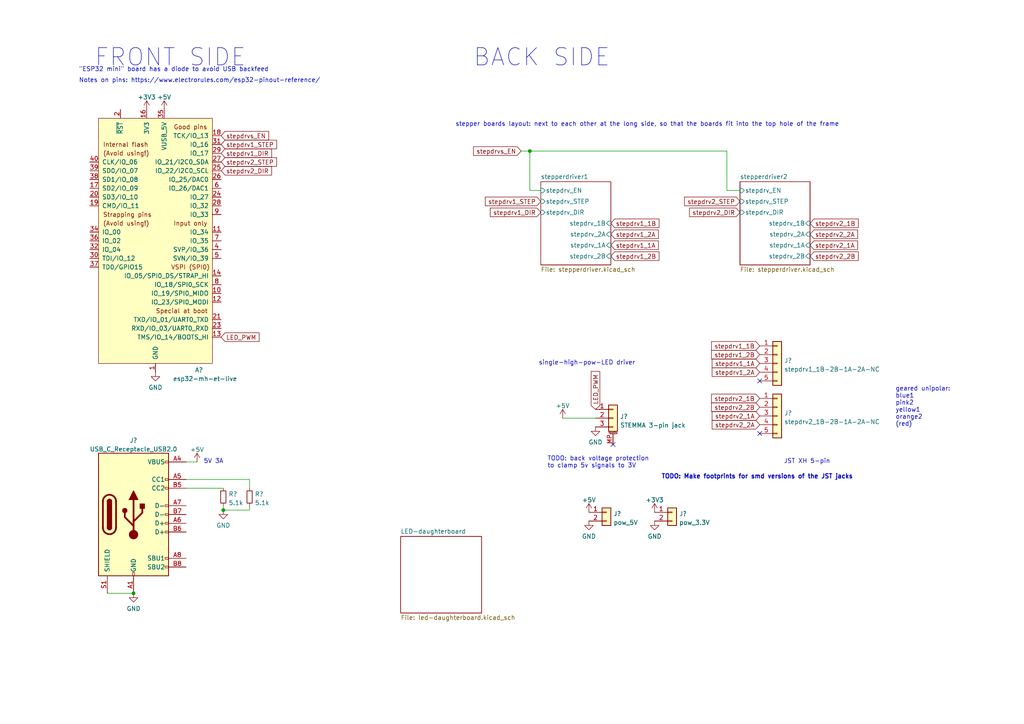
<source format=kicad_sch>
(kicad_sch (version 20211123) (generator eeschema)
  (paper "A4")
  (title_block (rev "A") (comment 1 "The Daughterboard is a 3W LED with PWM dimmable driver.") (comment 2 "Motherboard jacks: USB-C 5V 3A in, STEMMA 3-pin for daughterboard, stepper motor jacks.") (comment 3 "The \"Motherboard\" hosts pin headers for an ESP32 \"mini\" and 2x stepper driver modules.") (comment 4 "This schematic/project contains one \"Motherboard\" and a \"LED Daughterboard\".") (comment 5 "Designed with a bright-field microscope in mind."))
  (lib_symbols
    (symbol "Connector:USB_C_Receptacle_USB2.0" (pin_names (offset 1.016))
      (property "Reference" "J" (at -10.16 19.05 0))
      (property "Value" "USB_C_Receptacle_USB2.0" (at 19.05 19.05 0))
      (symbol "USB_C_Receptacle_USB2.0_0_0"
        (rectangle (start -0.254 -17.78) (end 0.254 -16.764))
        (rectangle (start 10.16 -14.986) (end 9.144 -15.494))
        (rectangle (start 10.16 -12.446) (end 9.144 -12.954))
        (rectangle (start 10.16 -4.826) (end 9.144 -5.334))
        (rectangle (start 10.16 -2.286) (end 9.144 -2.794))
        (rectangle (start 10.16 0.254) (end 9.144 -0.254))
        (rectangle (start 10.16 2.794) (end 9.144 2.286))
        (rectangle (start 10.16 7.874) (end 9.144 7.366))
        (rectangle (start 10.16 10.414) (end 9.144 9.906))
        (rectangle (start 10.16 15.494) (end 9.144 14.986))
      )
      (symbol "USB_C_Receptacle_USB2.0_0_1"
        (rectangle (start -10.16 17.78) (end 10.16 -17.78) (stroke (width 0.254)) (fill (type background)))
        (arc (start -8.89 -3.81) (mid -6.985 -5.715) (end -5.08 -3.81) (stroke (width 0.508)))
        (arc (start -7.62 -3.81) (mid -6.985 -4.445) (end -6.35 -3.81) (stroke (width 0.254)))
        (arc (start -7.62 -3.81) (mid -6.985 -4.445) (end -6.35 -3.81) (stroke (width 0.254)) (fill (type outline)))
        (rectangle (start -7.62 -3.81) (end -6.35 3.81) (stroke (width 0.254)) (fill (type outline)))
        (arc (start -6.35 3.81) (mid -6.985 4.445) (end -7.62 3.81) (stroke (width 0.254)))
        (arc (start -6.35 3.81) (mid -6.985 4.445) (end -7.62 3.81) (stroke (width 0.254)) (fill (type outline)))
        (arc (start -5.08 3.81) (mid -6.985 5.715) (end -8.89 3.81) (stroke (width 0.508)))
        (circle (center -2.54 1.143) (radius 0.635) (stroke (width 0.254)) (fill (type outline)))
        (circle (center 0 -5.842) (radius 1.27) (fill (type outline)))
        (polyline (pts (xy -8.89 -3.81) (xy -8.89 3.81)) (stroke (width 0.508)))
        (polyline (pts (xy -5.08 3.81) (xy -5.08 -3.81)) (stroke (width 0.508)))
        (polyline (pts (xy 0 -5.842) (xy 0 4.318)) (stroke (width 0.508)))
        (polyline (pts (xy 0 -3.302) (xy -2.54 -0.762) (xy -2.54 0.508)) (stroke (width 0.508)))
        (polyline (pts (xy 0 -2.032) (xy 2.54 0.508) (xy 2.54 1.778)) (stroke (width 0.508)))
        (polyline (pts (xy -1.27 4.318) (xy 0 6.858) (xy 1.27 4.318) (xy -1.27 4.318)) (stroke (width 0.254)) (fill (type outline)))
        (rectangle (start 1.905 1.778) (end 3.175 3.048) (stroke (width 0.254)) (fill (type outline)))
      )
      (symbol "USB_C_Receptacle_USB2.0_1_1"
        (pin passive line (at 0 -22.86 90) (length 5.08) (name "GND") (number "A1"))
        (pin passive line (at 0 -22.86 90) (length 5.08) hide (name "GND") (number "A12"))
        (pin passive line (at 15.24 15.24 180) (length 5.08) (name "VBUS") (number "A4"))
        (pin bidirectional line (at 15.24 10.16 180) (length 5.08) (name "CC1") (number "A5"))
        (pin bidirectional line (at 15.24 -2.54 180) (length 5.08) (name "D+") (number "A6"))
        (pin bidirectional line (at 15.24 2.54 180) (length 5.08) (name "D-") (number "A7"))
        (pin bidirectional line (at 15.24 -12.7 180) (length 5.08) (name "SBU1") (number "A8"))
        (pin passive line (at 15.24 15.24 180) (length 5.08) hide (name "VBUS") (number "A9"))
        (pin passive line (at 0 -22.86 90) (length 5.08) hide (name "GND") (number "B1"))
        (pin passive line (at 0 -22.86 90) (length 5.08) hide (name "GND") (number "B12"))
        (pin passive line (at 15.24 15.24 180) (length 5.08) hide (name "VBUS") (number "B4"))
        (pin bidirectional line (at 15.24 7.62 180) (length 5.08) (name "CC2") (number "B5"))
        (pin bidirectional line (at 15.24 -5.08 180) (length 5.08) (name "D+") (number "B6"))
        (pin bidirectional line (at 15.24 0 180) (length 5.08) (name "D-") (number "B7"))
        (pin bidirectional line (at 15.24 -15.24 180) (length 5.08) (name "SBU2") (number "B8"))
        (pin passive line (at 15.24 15.24 180) (length 5.08) hide (name "VBUS") (number "B9"))
        (pin passive line (at -7.62 -22.86 90) (length 5.08) (name "SHIELD") (number "S1"))
      )
    )
    (symbol "Connector_Generic:Conn_01x02" (pin_names (offset 1.016) hide)
      (property "Reference" "J" (at 0 2.54 0))
      (property "Value" "Conn_01x02" (at 0 -5.08 0))
      (symbol "Conn_01x02_1_1"
        (rectangle (start -1.27 -2.413) (end 0 -2.667) (stroke (width 0.1524)))
        (rectangle (start -1.27 0.127) (end 0 -0.127) (stroke (width 0.1524)))
        (rectangle (start -1.27 1.27) (end 1.27 -3.81) (stroke (width 0.254)) (fill (type background)))
        (pin passive line (at -5.08 0 0) (length 3.81) (name "Pin_1") (number "1"))
        (pin passive line (at -5.08 -2.54 0) (length 3.81) (name "Pin_2") (number "2"))
      )
    )
    (symbol "Connector_Generic:Conn_01x05" (pin_names (offset 1.016) hide)
      (property "Reference" "J" (at 0 7.62 0))
      (property "Value" "Conn_01x05" (at 0 -7.62 0))
      (symbol "Conn_01x05_1_1"
        (rectangle (start -1.27 -4.953) (end 0 -5.207) (stroke (width 0.1524)))
        (rectangle (start -1.27 -2.413) (end 0 -2.667) (stroke (width 0.1524)))
        (rectangle (start -1.27 0.127) (end 0 -0.127) (stroke (width 0.1524)))
        (rectangle (start -1.27 2.667) (end 0 2.413) (stroke (width 0.1524)))
        (rectangle (start -1.27 5.207) (end 0 4.953) (stroke (width 0.1524)))
        (rectangle (start -1.27 6.35) (end 1.27 -6.35) (stroke (width 0.254)) (fill (type background)))
        (pin passive line (at -5.08 5.08 0) (length 3.81) (name "Pin_1") (number "1"))
        (pin passive line (at -5.08 2.54 0) (length 3.81) (name "Pin_2") (number "2"))
        (pin passive line (at -5.08 0 0) (length 3.81) (name "Pin_3") (number "3"))
        (pin passive line (at -5.08 -2.54 0) (length 3.81) (name "Pin_4") (number "4"))
        (pin passive line (at -5.08 -5.08 0) (length 3.81) (name "Pin_5") (number "5"))
      )
    )
    (symbol "Connector_Generic_MountingPin:Conn_01x03_MountingPin" (pin_names (offset 1.016) hide)
      (property "Reference" "J" (at 0 5.08 0))
      (property "Value" "Conn_01x03_MountingPin" (at 1.27 -5.08 0))
      (symbol "Conn_01x03_MountingPin_1_1"
        (rectangle (start -1.27 -2.413) (end 0 -2.667) (stroke (width 0.1524)))
        (rectangle (start -1.27 0.127) (end 0 -0.127) (stroke (width 0.1524)))
        (rectangle (start -1.27 2.667) (end 0 2.413) (stroke (width 0.1524)))
        (rectangle (start -1.27 3.81) (end 1.27 -3.81) (stroke (width 0.254)) (fill (type background)))
        (polyline (pts (xy -1.016 -4.572) (xy 1.016 -4.572)) (stroke (width 0.1524)))
        (text "Mounting" (at 0 -4.191 0) (effects (font (size 0.381 0.381))))
        (pin passive line (at -5.08 2.54 0) (length 3.81) (name "Pin_1") (number "1"))
        (pin passive line (at -5.08 0 0) (length 3.81) (name "Pin_2") (number "2"))
        (pin passive line (at -5.08 -2.54 0) (length 3.81) (name "Pin_3") (number "3"))
        (pin passive line (at 0 -7.62 90) (length 3.048) (name "MountPin") (number "MP"))
      )
    )
    (symbol "Device:R_Small" (pin_numbers hide) (pin_names (offset 0.254) hide)
      (property "Reference" "R" (at 0.762 0.508 0))
      (property "Value" "R_Small" (at 0.762 -1.016 0))
      (symbol "R_Small_0_1"
        (rectangle (start -0.762 1.778) (end 0.762 -1.778) (stroke (width 0.2032)))
      )
      (symbol "R_Small_1_1"
        (pin passive line (at 0 2.54 270) (length 0.762) (name "~") (number "1"))
        (pin passive line (at 0 -2.54 90) (length 0.762) (name "~") (number "2"))
      )
    )
    (symbol "esp32-mh-et-live_lib:esp32-mh-et-live" (pin_names (offset 1.016))
      (property "Reference" "A" (at 11.43 44.45 0))
      (property "Value" "esp32-mh-et-live" (at 15.24 41.91 0))
      (symbol "esp32-mh-et-live_0_0"
        (text "(Avoid using!)" (at -15.24 8.89 0) (effects (font (size 1.27 1.27)) (justify left)))
        (text "(Avoid using!)" (at -15.24 29.21 0) (effects (font (size 1.27 1.27)) (justify left)))
        (text "Good pins" (at 10.16 36.83 0) (effects (font (size 1.27 1.27))))
        (text "Input only" (at 10.16 8.89 0) (effects (font (size 1.27 1.27))))
        (text "Internal flash" (at -15.24 31.75 0) (effects (font (size 1.27 1.27)) (justify left)))
        (text "Special at boot" (at 7.62 -16.51 0) (effects (font (size 1.27 1.27))))
        (text "Strapping pins" (at -15.24 11.43 0) (effects (font (size 1.27 1.27)) (justify left)))
        (text "VSPI (SPI0)" (at 10.16 -3.81 0) (effects (font (size 1.27 1.27))))
        (pin power_in line (at 0 -34.29 90) (length 2.54) (name "GND") (number "1"))
        (pin input line (at -10.16 41.91 270) (length 2.54) (name "~{RST}") (number "2"))
        (pin no_connect line (at 5.08 -27.94 0) (length 2.54) hide (name "NC") (number "3"))
        (pin bidirectional line (at 19.05 1.27 180) (length 2.54) (name "SVP/IO_36") (number "4"))
        (pin bidirectional line (at 19.05 -1.27 180) (length 2.54) (name "SVN/IO_39") (number "5"))
      )
      (symbol "esp32-mh-et-live_0_1"
        (rectangle (start -16.51 39.37) (end 16.51 -31.75) (fill (type background)))
      )
      (symbol "esp32-mh-et-live_1_1"
        (pin bidirectional line (at 19.05 -11.43 180) (length 2.54) (name "IO_19/SPI0_MIDO") (number "10"))
        (pin bidirectional line (at 19.05 6.35 180) (length 2.54) (name "IO_34") (number "11"))
        (pin bidirectional line (at 19.05 -13.97 180) (length 2.54) (name "IO_23/SPI0_MODI") (number "12"))
        (pin bidirectional line (at 19.05 -24.13 180) (length 2.54) (name "TMS/IO_14/BOOTS_HI") (number "13"))
        (pin bidirectional line (at 19.05 -6.35 180) (length 2.54) (name "IO_05/SPI0_DS/STRAP_HI") (number "14"))
        (pin no_connect line (at 5.08 -30.48 0) (length 2.54) hide (name "NC") (number "15"))
        (pin power_in line (at -2.54 41.91 270) (length 2.54) (name "3V3") (number "16"))
        (pin bidirectional line (at -19.05 19.05 0) (length 2.54) (name "SD2/IO_09") (number "17"))
        (pin bidirectional line (at 19.05 34.29 180) (length 2.54) (name "TCK/IO_13") (number "18"))
        (pin bidirectional line (at -19.05 13.97 0) (length 2.54) (name "CMD/IO_11") (number "19"))
        (pin bidirectional line (at -19.05 16.51 0) (length 2.54) (name "SD3/IO_10") (number "20"))
        (pin bidirectional line (at 19.05 -19.05 180) (length 2.54) (name "TXD/IO_01/UART0_TXD") (number "21"))
        (pin power_in line (at 0 -34.29 90) (length 2.54) hide (name "GND") (number "22"))
        (pin bidirectional line (at 19.05 -21.59 180) (length 2.54) (name "RXD/IO_03/UART0_RXD") (number "23"))
        (pin bidirectional line (at 19.05 16.51 180) (length 2.54) (name "IO_27") (number "24"))
        (pin bidirectional line (at 19.05 24.13 180) (length 2.54) (name "IO_22/I2C0_SCL") (number "25"))
        (pin bidirectional line (at 19.05 21.59 180) (length 2.54) (name "IO_25/DAC0") (number "26"))
        (pin bidirectional line (at 19.05 26.67 180) (length 2.54) (name "IO_21/I2C0_SDA") (number "27"))
        (pin bidirectional line (at 19.05 13.97 180) (length 2.54) (name "IO_32") (number "28"))
        (pin bidirectional line (at 19.05 29.21 180) (length 2.54) (name "IO_17") (number "29"))
        (pin bidirectional line (at -19.05 -1.27 0) (length 2.54) (name "TDI/IO_12") (number "30"))
        (pin bidirectional line (at 19.05 31.75 180) (length 2.54) (name "IO_16") (number "31"))
        (pin bidirectional line (at -19.05 1.27 0) (length 2.54) (name "IO_04") (number "32"))
        (pin power_in line (at 0 -34.29 90) (length 2.54) hide (name "GND") (number "33"))
        (pin bidirectional line (at -19.05 6.35 0) (length 2.54) (name "IO_00") (number "34"))
        (pin power_in line (at 2.54 41.91 270) (length 2.54) (name "VUSB_5V") (number "35"))
        (pin bidirectional line (at -19.05 3.81 0) (length 2.54) (name "IO_02") (number "36"))
        (pin bidirectional line (at -19.05 -3.81 0) (length 2.54) (name "TD0/GPIO15") (number "37"))
        (pin bidirectional line (at -19.05 21.59 0) (length 2.54) (name "SD1/IO_08") (number "38"))
        (pin bidirectional line (at -19.05 24.13 0) (length 2.54) (name "SD0/IO_07") (number "39"))
        (pin bidirectional line (at -19.05 26.67 0) (length 2.54) (name "CLK/IO_06") (number "40"))
        (pin bidirectional line (at 19.05 19.05 180) (length 2.54) (name "IO_26/DAC1") (number "6"))
        (pin bidirectional line (at 19.05 3.81 180) (length 2.54) (name "IO_35") (number "7"))
        (pin bidirectional line (at 19.05 -8.89 180) (length 2.54) (name "IO_18/SPI0_SCK") (number "8"))
        (pin bidirectional line (at 19.05 11.43 180) (length 2.54) (name "IO_33") (number "9"))
      )
    )
    (symbol "power:+3.3V" (power) (pin_names (offset 0))
      (property "Value" "+3.3V" (at 0 3.556 0))
      (symbol "+3.3V_0_1"
        (polyline (pts (xy -0.762 1.27) (xy 0 2.54)))
        (polyline (pts (xy 0 0) (xy 0 2.54)))
        (polyline (pts (xy 0 2.54) (xy 0.762 1.27)))
      )
      (symbol "+3.3V_1_1"
        (pin power_in line (at 0 0 90) (length 0) hide (name "+3V3") (number "1"))
      )
    )
    (symbol "power:+5V" (power) (pin_names (offset 0))
      (property "Value" "+5V" (at 0 3.556 0))
      (symbol "+5V_0_1"
        (polyline (pts (xy -0.762 1.27) (xy 0 2.54)))
        (polyline (pts (xy 0 0) (xy 0 2.54)))
        (polyline (pts (xy 0 2.54) (xy 0.762 1.27)))
      )
      (symbol "+5V_1_1"
        (pin power_in line (at 0 0 90) (length 0) hide (name "+5V") (number "1"))
      )
    )
    (symbol "power:GND" (power) (pin_names (offset 0))
      (property "Value" "GND" (at 0 -3.81 0))
      (symbol "GND_0_1"
        (polyline (pts (xy 0 0) (xy 0 -1.27) (xy 1.27 -1.27) (xy 0 -2.54) (xy -1.27 -1.27) (xy 0 -1.27)))
      )
      (symbol "GND_1_1"
        (pin power_in line (at 0 0 270) (length 0) hide (name "GND") (number "1"))
      )
    )
  )
  (junction (at 153.67 43.815))
  (junction (at 64.77 147.955))
  (junction (at 38.735 172.085))
  (no_connect (at 220.345 110.49))
  (no_connect (at 220.345 125.73))
  (no_connect (at 177.8 128.905))
  (wire (pts (xy 53.975 141.605) (xy 64.77 141.605)))
  (wire (pts (xy 151.13 43.815) (xy 153.67 43.815)))
  (wire (pts (xy 210.82 43.815) (xy 210.82 55.245)))
  (wire (pts (xy 64.77 146.685) (xy 64.77 147.955)))
  (wire (pts (xy 153.67 55.245) (xy 153.67 43.815)))
  (wire (pts (xy 64.77 147.955) (xy 72.39 147.955)))
  (wire (pts (xy 163.195 121.285) (xy 172.72 121.285)))
  (wire (pts (xy 153.67 55.245) (xy 156.845 55.245)))
  (wire (pts (xy 72.39 139.065) (xy 72.39 141.605)))
  (wire (pts (xy 31.115 172.085) (xy 38.735 172.085)))
  (wire (pts (xy 153.67 43.815) (xy 210.82 43.815)))
  (wire (pts (xy 53.975 139.065) (xy 72.39 139.065)))
  (wire (pts (xy 210.82 55.245) (xy 214.63 55.245)))
  (wire (pts (xy 72.39 147.955) (xy 72.39 146.685)))
  (wire (pts (xy 53.975 133.985) (xy 57.15 133.985)))
  (text "FRONT SIDE" (at 27.305 19.685 0) (effects (font (size 5 5)) (justify left bottom)))
  (text "stepper boards layout: next to each other at the long side, so that the boards fit into the top hole of the frame" (at 132.08 36.83 0) (effects (font (size 1.27 1.27)) (justify left bottom)))
  (text "\"ESP32 mini\" board has a diode to avoid USB backfeed" (at 22.86 20.955 0) (effects (font (size 1.27 1.27)) (justify left bottom)))
  (text "TODO: Make footprints for smd versions of the JST jacks" (at 191.77 139.065 0) (effects (font (size 1.27 1.27) (thickness 0.254) bold) (justify left bottom)))
  (text "5V 3A" (at 59.055 134.62 0) (effects (font (size 1.27 1.27)) (justify left bottom)))
  (text "JST XH 5-pin" (at 227.33 134.62 0) (effects (font (size 1.27 1.27)) (justify left bottom)))
  (text "geared unipolar:\nblue1\npink2\nyellow1\norange2\n(red)" (at 259.715 123.825 0) (effects (font (size 1.27 1.27)) (justify left bottom)))
  (text "TODO: back voltage protection \nto clamp 5v signals to 3V" (at 158.75 135.89 0) (effects (font (size 1.27 1.27)) (justify left bottom)))
  (text "single-high-pow-LED driver" (at 156.21 106.045 0) (effects (font (size 1.27 1.27)) (justify left bottom)))
  (text "Notes on pins: https://www.electrorules.com/esp32-pinout-reference/" (at 22.86 24.13 0) (effects (font (size 1.27 1.27)) (justify left bottom)))
  (text "BACK SIDE" (at 137.16 19.685 0) (effects (font (size 5 5)) (justify left bottom)))
  (global_label "stepdrv1_1A" (shape input) (at 220.345 105.41 180) (property "Intersheet References" "${INTERSHEET_REFS}" (effects hide)))
  (global_label "stepdrv1_STEP" (shape input) (at 64.135 41.91 0) (property "Intersheet References" "${INTERSHEET_REFS}" (effects hide)))
  (global_label "stepdrv1_2A" (shape input) (at 177.165 67.945 0) (property "Intersheet References" "${INTERSHEET_REFS}" (effects hide)))
  (global_label "LED_PWM" (shape input) (at 64.135 97.79 0) (property "Intersheet References" "${INTERSHEET_REFS}" (effects hide)))
  (global_label "stepdrvs_EN" (shape input) (at 64.135 39.37 0) (property "Intersheet References" "${INTERSHEET_REFS}" (effects hide)))
  (global_label "stepdrv1_DIR" (shape input) (at 64.135 44.45 0) (property "Intersheet References" "${INTERSHEET_REFS}" (effects hide)))
  (global_label "stepdrv2_2B" (shape input) (at 220.345 118.11 180) (property "Intersheet References" "${INTERSHEET_REFS}" (effects hide)))
  (global_label "stepdrv2_1B" (shape input) (at 234.95 64.77 0) (property "Intersheet References" "${INTERSHEET_REFS}" (effects hide)))
  (global_label "stepdrv2_1B" (shape input) (at 220.345 115.57 180) (property "Intersheet References" "${INTERSHEET_REFS}" (effects hide)))
  (global_label "stepdrv1_DIR" (shape input) (at 156.845 61.595 180) (property "Intersheet References" "${INTERSHEET_REFS}" (effects hide)))
  (global_label "stepdrvs_EN" (shape input) (at 151.13 43.815 180) (property "Intersheet References" "${INTERSHEET_REFS}" (effects hide)))
  (global_label "stepdrv1_1A" (shape input) (at 177.165 71.12 0) (property "Intersheet References" "${INTERSHEET_REFS}" (effects hide)))
  (global_label "LED_PWM" (shape input) (at 172.72 118.745 90) (property "Intersheet References" "${INTERSHEET_REFS}" (effects hide)))
  (global_label "stepdrv2_DIR" (shape input) (at 214.63 61.595 180) (property "Intersheet References" "${INTERSHEET_REFS}" (effects hide)))
  (global_label "stepdrv2_2B" (shape input) (at 234.95 74.295 0) (property "Intersheet References" "${INTERSHEET_REFS}" (effects hide)))
  (global_label "stepdrv2_STEP" (shape input) (at 214.63 58.42 180) (property "Intersheet References" "${INTERSHEET_REFS}" (effects hide)))
  (global_label "stepdrv2_DIR" (shape input) (at 64.135 49.53 0) (property "Intersheet References" "${INTERSHEET_REFS}" (effects hide)))
  (global_label "stepdrv1_1B" (shape input) (at 220.345 100.33 180) (property "Intersheet References" "${INTERSHEET_REFS}" (effects hide)))
  (global_label "stepdrv2_STEP" (shape input) (at 64.135 46.99 0) (property "Intersheet References" "${INTERSHEET_REFS}" (effects hide)))
  (global_label "stepdrv1_2B" (shape input) (at 220.345 102.87 180) (property "Intersheet References" "${INTERSHEET_REFS}" (effects hide)))
  (global_label "stepdrv2_1A" (shape input) (at 220.345 120.65 180) (property "Intersheet References" "${INTERSHEET_REFS}" (effects hide)))
  (global_label "stepdrv1_STEP" (shape input) (at 156.845 58.42 180) (property "Intersheet References" "${INTERSHEET_REFS}" (effects hide)))
  (global_label "stepdrv1_1B" (shape input) (at 177.165 64.77 0) (property "Intersheet References" "${INTERSHEET_REFS}" (effects hide)))
  (global_label "stepdrv2_1A" (shape input) (at 234.95 71.12 0) (property "Intersheet References" "${INTERSHEET_REFS}" (effects hide)))
  (global_label "stepdrv2_2A" (shape input) (at 220.345 123.19 180) (property "Intersheet References" "${INTERSHEET_REFS}" (effects hide)))
  (global_label "stepdrv1_2A" (shape input) (at 220.345 107.95 180) (property "Intersheet References" "${INTERSHEET_REFS}" (effects hide)))
  (global_label "stepdrv1_2B" (shape input) (at 177.165 74.295 0) (property "Intersheet References" "${INTERSHEET_REFS}" (effects hide)))
  (global_label "stepdrv2_2A" (shape input) (at 234.95 67.945 0) (property "Intersheet References" "${INTERSHEET_REFS}" (effects hide)))
  (symbol (lib_id "power:GND") (at 170.815 151.13 0) (unit 1)
    (property "Reference" "#PWR?" (effects hide))
    (property "Value" "GND" (at 170.815 155.5734 0))
  )
  (symbol (lib_id "Connector_Generic:Conn_01x02") (at 175.895 148.59 0) (unit 1)
    (property "Reference" "J?" (at 177.927 149.0253 0) (effects (justify left)))
    (property "Value" "pow_5V" (at 177.927 151.5622 0) (effects (justify left)))
  )
  (symbol (lib_id "power:+5V") (at 170.815 148.59 0) (unit 1)
    (property "Reference" "#PWR?" (effects hide))
    (property "Value" "+5V" (at 170.815 145.0142 0))
  )
  (symbol (lib_id "power:+5V") (at 163.195 121.285 0) (unit 1)
    (property "Reference" "#PWR?" (effects hide))
    (property "Value" "+5V" (at 163.195 117.7092 0))
  )
  (symbol (lib_id "power:GND") (at 189.865 151.13 0) (unit 1)
    (property "Reference" "#PWR?" (effects hide))
    (property "Value" "GND" (at 189.865 155.5734 0))
  )
  (symbol (lib_id "Connector_Generic_MountingPin:Conn_01x03_MountingPin") (at 177.8 121.285 0) (unit 1)
    (property "Reference" "J?" (at 179.832 120.8059 0) (effects (justify left)))
    (property "Value" "STEMMA 3-pin jack" (at 179.832 123.3428 0) (effects (justify left)))
    (property "Footprint" "JST_PH_S3B-PH-SM4-TB_1x03-1MP_P2.00mm_Horizontal" (effects hide))
    (property "LCSC" "C442223" (effects hide))
  )
  (symbol (lib_id "power:+3.3V") (at 42.545 31.75 0) (unit 1)
    (property "Reference" "#PWR?" (effects hide))
    (property "Value" "+3.3V" (at 42.545 28.1742 0))
  )
  (symbol (lib_id "Connector_Generic:Conn_01x05") (at 225.425 105.41 0) (unit 1)
    (property "Reference" "J?" (at 227.457 104.5753 0) (effects (justify left)))
    (property "Value" "stepdrv1_1B-2B-1A-2A-NC" (at 227.457 107.1122 0) (effects (justify left)))
    (property "Footprint" "Connector_JST:JST_XH_B5B-XH-A_1x05_P2.50mm_Vertical" (effects hide))
    (property "LCSC" "C146128" (effects hide))
  )
  (symbol (lib_id "power:GND") (at 38.735 172.085 0) (unit 1)
    (property "Reference" "#PWR?" (effects hide))
    (property "Value" "GND" (at 38.735 176.5284 0))
  )
  (symbol (lib_id "power:GND") (at 172.72 123.825 0) (unit 1)
    (property "Reference" "#PWR?" (effects hide))
    (property "Value" "GND" (at 172.72 128.2684 0))
  )
  (symbol (lib_id "esp32-mh-et-live_lib:esp32-mh-et-live") (at 45.085 73.66 0) (unit 1)
    (property "Reference" "A?" (at 56.515 107.315 0) (effects (justify left)))
    (property "Value" "esp32-mh-et-live" (at 50.165 109.855 0) (effects (justify left)))
    (property "Footprint" "ESP32_mini:ESP32_mini" (effects hide))
  )
  (symbol (lib_id "Connector_Generic:Conn_01x05") (at 225.425 120.65 0) (unit 1)
    (property "Reference" "J?" (at 227.457 119.8153 0) (effects (justify left)))
    (property "Value" "stepdrv2_1B-2B-1A-2A-NC" (at 227.457 122.3522 0) (effects (justify left)))
    (property "Footprint" "Connector_JST:JST_XH_B5B-XH-A_1x05_P2.50mm_Vertical" (effects hide))
    (property "LCSC" "C146128" (effects hide))
  )
  (symbol (lib_id "power:+5V") (at 57.15 133.985 0) (unit 1)
    (property "Reference" "#PWR?" (effects hide))
    (property "Value" "+5V" (at 57.15 130.4092 0))
  )
  (symbol (lib_id "power:+3.3V") (at 189.865 148.59 0) (unit 1)
    (property "Reference" "#PWR?" (effects hide))
    (property "Value" "+3.3V" (at 189.865 145.0142 0))
  )
  (symbol (lib_id "power:GND") (at 64.77 147.955 0) (unit 1)
    (property "Reference" "#PWR?" (effects hide))
    (property "Value" "GND" (at 64.77 152.3984 0))
  )
  (symbol (lib_id "Connector:USB_C_Receptacle_USB2.0") (at 38.735 149.225 0) (unit 1)
    (property "Reference" "J?" (at 38.735 127.7452 0))
    (property "Value" "USB_C_Receptacle_USB2.0" (at 38.735 130.2821 0))
    (property "Footprint" "Connector_USB:USB_C_Receptacle_HRO_TYPE-C-31-M-12" (effects hide))
    (property "Datasheet" "https://www.usb.org/sites/default/files/documents/usb_type-c.zip" (effects hide))
  )
  (symbol (lib_id "power:GND") (at 45.085 107.95 0) (unit 1)
    (property "Reference" "#PWR?" (effects hide))
    (property "Value" "GND" (at 45.085 112.3934 0))
  )
  (symbol (lib_id "Device:R_Small") (at 64.77 144.145 0) (unit 1)
    (property "Reference" "R?" (at 66.2686 143.3103 0) (effects (justify left)))
    (property "Value" "5.1k" (at 66.2686 145.8472 0) (effects (justify left)))
  )
  (symbol (lib_id "power:+5V") (at 47.625 31.75 0) (unit 1)
    (property "Reference" "#PWR?" (effects hide))
    (property "Value" "+5V" (at 47.625 28.1742 0))
  )
  (symbol (lib_id "Device:R_Small") (at 72.39 144.145 0) (unit 1)
    (property "Reference" "R?" (at 73.8886 143.3103 0) (effects (justify left)))
    (property "Value" "5.1k" (at 73.8886 145.8472 0) (effects (justify left)))
  )
  (symbol (lib_id "Connector_Generic:Conn_01x02") (at 194.945 148.59 0) (unit 1)
    (property "Reference" "J?" (at 196.977 149.0253 0) (effects (justify left)))
    (property "Value" "pow_3.3V" (at 196.977 151.5622 0) (effects (justify left)))
  )
  (sheet (at 116.205 155.575) (size 23.495 22.225) (stroke (width 0.1524))
    (property "Sheet name" "LED-daughterboard" (at 116.205 154.8634 0) (effects (justify left bottom)))
    (property "Sheet file" "led-daughterboard.kicad_sch" (at 116.205 178.3846 0) (effects (justify left top)))
  )
  (sheet (at 156.845 52.705) (size 20.32 24.13) (stroke (width 0.1524))
    (property "Sheet name" "stepperdriver1" (at 156.845 51.9934 0) (effects (justify left bottom)))
    (property "Sheet file" "stepperdriver.kicad_sch" (at 156.845 77.4196 0) (effects (justify left top)))
    (pin "stepdrv_EN" input (at 156.845 55.245 180))
    (pin "stepdrv_STEP" input (at 156.845 58.42 180))
    (pin "stepdrv_DIR" input (at 156.845 61.595 180))
    (pin "stepdrv_1B" input (at 177.165 64.77 0))
    (pin "stepdrv_2A" input (at 177.165 67.945 0))
    (pin "stepdrv_1A" input (at 177.165 71.12 0))
    (pin "stepdrv_2B" input (at 177.165 74.295 0))
  )
  (sheet (at 214.63 52.705) (size 20.32 24.13) (stroke (width 0.1524))
    (property "Sheet name" "stepperdriver2" (at 214.63 51.9934 0) (effects (justify left bottom)))
    (property "Sheet file" "stepperdriver.kicad_sch" (at 214.63 77.4196 0) (effects (justify left top)))
    (pin "stepdrv_EN" input (at 214.63 55.245 180))
    (pin "stepdrv_STEP" input (at 214.63 58.42 180))
    (pin "stepdrv_DIR" input (at 214.63 61.595 180))
    (pin "stepdrv_1B" input (at 234.95 64.77 0))
    (pin "stepdrv_2A" input (at 234.95 67.945 0))
    (pin "stepdrv_1A" input (at 234.95 71.12 0))
    (pin "stepdrv_2B" input (at 234.95 74.295 0))
  )
)
</source>
